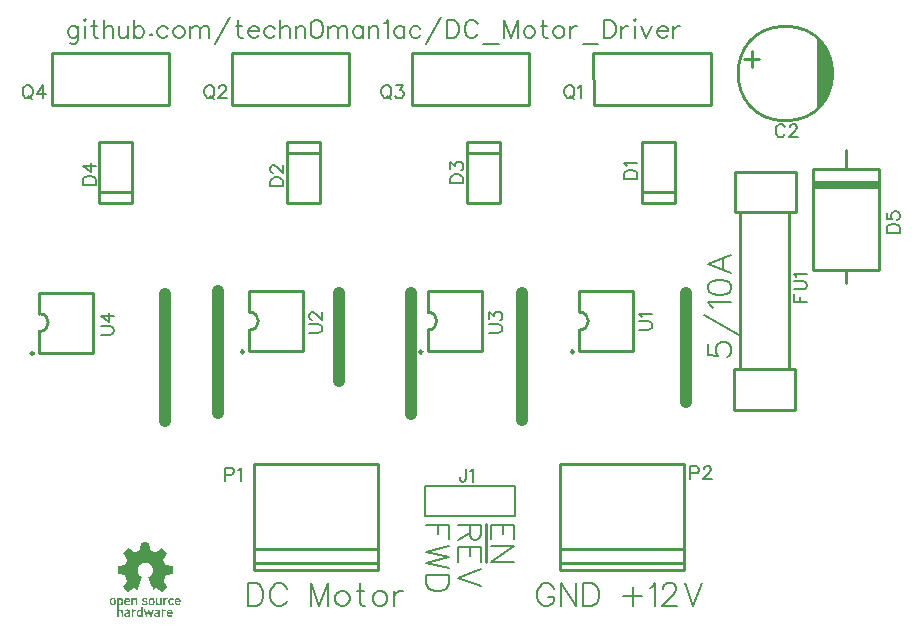
<source format=gto>
G04 Layer: TopSilkscreenLayer*
G04 EasyEDA v6.5.5, 2022-05-30 02:48:00*
G04 73416119e20b4d31bc0fda0cb7b7bab3,ed70181f279245e6aff80281ee7dc86a,10*
G04 Gerber Generator version 0.2*
G04 Scale: 100 percent, Rotated: No, Reflected: No *
G04 Dimensions in millimeters *
G04 leading zeros omitted , absolute positions ,4 integer and 5 decimal *
%FSLAX45Y45*%
%MOMM*%

%ADD10C,0.2540*%
%ADD23C,1.0000*%
%ADD28C,0.2032*%
%ADD29C,0.2030*%
%ADD30C,0.1524*%

%LPD*%
G36*
X2737713Y1071422D02*
G01*
X2719628Y1071321D01*
X2710129Y1070813D01*
X2706268Y1069441D01*
X2705100Y1066800D01*
X2695143Y1015237D01*
X2693263Y1006805D01*
X2690520Y1005281D01*
X2678125Y1000150D01*
X2662326Y994410D01*
X2650236Y990549D01*
X2647797Y990193D01*
X2644800Y991920D01*
X2630627Y1001318D01*
X2611780Y1014221D01*
X2598318Y1023010D01*
X2595880Y1024331D01*
X2594508Y1023467D01*
X2588006Y1017727D01*
X2578404Y1008329D01*
X2567990Y997610D01*
X2558897Y987755D01*
X2553258Y981049D01*
X2552446Y979627D01*
X2553766Y976630D01*
X2557272Y970635D01*
X2562504Y962507D01*
X2575204Y943610D01*
X2580436Y935482D01*
X2583942Y929538D01*
X2585212Y926642D01*
X2584500Y923950D01*
X2579522Y911250D01*
X2566619Y881532D01*
X2505354Y870254D01*
X2505354Y805840D01*
X2533904Y800658D01*
X2549956Y797458D01*
X2565654Y793953D01*
X2577744Y763778D01*
X2582367Y750316D01*
X2583129Y747166D01*
X2581910Y743966D01*
X2578658Y737971D01*
X2573782Y730148D01*
X2561844Y712419D01*
X2556967Y704748D01*
X2553665Y699109D01*
X2552446Y696315D01*
X2554173Y693521D01*
X2558745Y688035D01*
X2573883Y672134D01*
X2595372Y650798D01*
X2645003Y684225D01*
X2669082Y672084D01*
X2672943Y679805D01*
X2682748Y702665D01*
X2712669Y775208D01*
X2701544Y783437D01*
X2696768Y787450D01*
X2692501Y791464D01*
X2688691Y795528D01*
X2685338Y799642D01*
X2682494Y803910D01*
X2680055Y808278D01*
X2678023Y812800D01*
X2676398Y817524D01*
X2675128Y822401D01*
X2674264Y827532D01*
X2673705Y832967D01*
X2673553Y839825D01*
X2674010Y846480D01*
X2675026Y852830D01*
X2676652Y858926D01*
X2678836Y864717D01*
X2681579Y870203D01*
X2684830Y875334D01*
X2688640Y880110D01*
X2693009Y884529D01*
X2697886Y888593D01*
X2703271Y892251D01*
X2709164Y895451D01*
X2714142Y897686D01*
X2719171Y899464D01*
X2724200Y900836D01*
X2729280Y901801D01*
X2734310Y902309D01*
X2739339Y902462D01*
X2744317Y902157D01*
X2749245Y901496D01*
X2754071Y900430D01*
X2758795Y899007D01*
X2763469Y897128D01*
X2767939Y894943D01*
X2772308Y892352D01*
X2776524Y889457D01*
X2780538Y886155D01*
X2784398Y882497D01*
X2788005Y878535D01*
X2791409Y874217D01*
X2794558Y869543D01*
X2797454Y864565D01*
X2799283Y860196D01*
X2800451Y854862D01*
X2801061Y847699D01*
X2801264Y837946D01*
X2801061Y827379D01*
X2800299Y820064D01*
X2798673Y814222D01*
X2795778Y808126D01*
X2793644Y804468D01*
X2791155Y800811D01*
X2788310Y797153D01*
X2785160Y793546D01*
X2777693Y786434D01*
X2773426Y782929D01*
X2762961Y775208D01*
X2789377Y711200D01*
X2799588Y686968D01*
X2806242Y671931D01*
X2830931Y684428D01*
X2880156Y650697D01*
X2909976Y680669D01*
X2916783Y688035D01*
X2921406Y693572D01*
X2923133Y696315D01*
X2921914Y699160D01*
X2918612Y704850D01*
X2913735Y712520D01*
X2901797Y730300D01*
X2896920Y738124D01*
X2893669Y744067D01*
X2892501Y747268D01*
X2893212Y750366D01*
X2895092Y756158D01*
X2901289Y772414D01*
X2909976Y793953D01*
X2970225Y805992D01*
X2970072Y850900D01*
X2969717Y861212D01*
X2969158Y868171D01*
X2968498Y870712D01*
X2958134Y872388D01*
X2918358Y879906D01*
X2909163Y881938D01*
X2905607Y889253D01*
X2899206Y904138D01*
X2891078Y924356D01*
X2890367Y926846D01*
X2891739Y929741D01*
X2901035Y944575D01*
X2925267Y980135D01*
X2880207Y1025194D01*
X2843530Y1000404D01*
X2828493Y990904D01*
X2825699Y989533D01*
X2822448Y990244D01*
X2817063Y992174D01*
X2810306Y994918D01*
X2795778Y1001623D01*
X2789428Y1004874D01*
X2784805Y1007567D01*
X2782570Y1009345D01*
X2781350Y1012799D01*
X2779623Y1019454D01*
X2777693Y1028395D01*
X2770225Y1067816D01*
X2768752Y1069746D01*
X2764231Y1070813D01*
X2754579Y1071321D01*
G37*
G36*
X2958947Y604469D02*
G01*
X2954985Y603300D01*
X2948330Y600557D01*
X2941320Y596188D01*
X2936697Y590245D01*
X2934157Y582168D01*
X2933344Y571347D01*
X2933598Y565505D01*
X2934258Y560425D01*
X2935427Y556006D01*
X2937154Y552246D01*
X2939491Y549046D01*
X2942386Y546354D01*
X2945993Y544068D01*
X2950260Y542137D01*
X2958338Y540258D01*
X2966364Y540512D01*
X2973527Y542747D01*
X2979115Y546811D01*
X2980893Y548995D01*
X2981452Y550570D01*
X2980690Y552094D01*
X2978607Y554177D01*
X2976473Y555802D01*
X2974594Y556564D01*
X2972714Y556463D01*
X2968345Y554685D01*
X2965500Y553974D01*
X2959201Y553313D01*
X2953207Y554431D01*
X2948940Y557834D01*
X2946450Y563575D01*
X2945638Y571754D01*
X2946450Y579932D01*
X2948940Y585673D01*
X2953207Y589076D01*
X2959201Y590194D01*
X2965500Y589534D01*
X2968345Y588822D01*
X2972714Y587044D01*
X2974594Y586943D01*
X2976473Y587705D01*
X2978607Y589330D01*
X2980690Y591362D01*
X2981452Y592937D01*
X2980893Y594512D01*
X2979115Y596646D01*
X2975457Y599287D01*
X2969920Y601827D01*
X2963976Y603758D01*
G37*
G36*
X2462733Y604316D02*
G01*
X2457856Y603402D01*
X2452116Y600913D01*
X2448458Y598728D01*
X2445410Y596138D01*
X2442921Y593039D01*
X2440940Y589432D01*
X2439517Y585266D01*
X2438603Y580542D01*
X2438196Y575208D01*
X2438226Y571754D01*
X2451100Y571754D01*
X2451811Y580847D01*
X2453894Y586790D01*
X2458212Y589534D01*
X2463850Y590194D01*
X2469388Y588873D01*
X2473502Y585622D01*
X2474722Y583133D01*
X2475738Y579678D01*
X2476449Y575716D01*
X2476703Y571754D01*
X2475890Y563676D01*
X2473401Y557936D01*
X2469286Y554482D01*
X2463495Y553313D01*
X2460650Y553567D01*
X2457856Y554278D01*
X2455519Y555396D01*
X2453894Y556717D01*
X2451811Y562660D01*
X2451100Y571754D01*
X2438226Y571754D01*
X2438247Y569264D01*
X2438755Y563422D01*
X2439619Y558393D01*
X2440990Y554075D01*
X2442819Y550468D01*
X2445156Y547471D01*
X2448153Y544982D01*
X2451709Y542950D01*
X2456027Y541324D01*
X2460752Y540004D01*
X2464460Y539546D01*
X2467965Y540004D01*
X2472182Y541375D01*
X2476195Y543255D01*
X2479700Y545642D01*
X2482596Y548538D01*
X2484932Y551992D01*
X2486710Y555955D01*
X2487980Y560578D01*
X2488742Y565759D01*
X2488996Y571550D01*
X2488742Y577342D01*
X2488082Y582472D01*
X2486914Y587044D01*
X2485237Y591007D01*
X2483104Y594410D01*
X2480462Y597306D01*
X2477312Y599694D01*
X2473655Y601573D01*
X2467660Y603707D01*
G37*
G36*
X2790342Y604316D02*
G01*
X2785516Y603402D01*
X2779776Y600913D01*
X2776118Y598728D01*
X2773070Y596138D01*
X2770530Y593039D01*
X2768600Y589432D01*
X2767126Y585266D01*
X2766212Y580542D01*
X2765806Y575208D01*
X2765865Y571754D01*
X2777744Y571754D01*
X2778556Y579729D01*
X2780944Y585470D01*
X2784957Y588975D01*
X2790494Y590194D01*
X2793238Y589889D01*
X2796082Y589178D01*
X2798622Y588111D01*
X2800604Y586790D01*
X2802331Y584606D01*
X2803499Y581660D01*
X2804160Y577545D01*
X2804363Y572109D01*
X2803601Y563422D01*
X2801264Y557631D01*
X2797048Y554329D01*
X2790850Y553313D01*
X2785110Y554482D01*
X2780995Y557936D01*
X2778556Y563676D01*
X2777744Y571754D01*
X2765865Y571754D01*
X2766415Y563422D01*
X2767279Y558393D01*
X2768600Y554075D01*
X2770428Y550468D01*
X2772816Y547471D01*
X2775762Y544982D01*
X2779369Y542950D01*
X2783636Y541324D01*
X2788361Y540004D01*
X2792069Y539546D01*
X2795625Y540004D01*
X2799842Y541375D01*
X2803855Y543255D01*
X2807309Y545642D01*
X2810205Y548538D01*
X2812542Y551992D01*
X2814370Y555955D01*
X2815640Y560578D01*
X2816352Y565759D01*
X2816606Y571550D01*
X2816402Y577342D01*
X2815691Y582472D01*
X2814523Y587044D01*
X2812897Y591007D01*
X2810764Y594410D01*
X2808122Y597306D01*
X2804972Y599694D01*
X2801315Y601573D01*
X2795270Y603707D01*
G37*
G36*
X2583637Y604266D02*
G01*
X2578862Y603402D01*
X2573172Y601014D01*
X2568600Y597814D01*
X2564790Y593344D01*
X2561894Y587857D01*
X2559913Y581609D01*
X2559639Y579678D01*
X2570886Y579678D01*
X2571242Y580796D01*
X2573477Y584606D01*
X2575153Y586841D01*
X2579319Y590550D01*
X2584043Y592074D01*
X2588869Y591261D01*
X2593441Y588111D01*
X2597302Y583285D01*
X2597200Y580136D01*
X2592933Y578408D01*
X2584196Y577900D01*
X2579014Y578053D01*
X2574798Y578408D01*
X2571953Y578967D01*
X2570886Y579678D01*
X2559639Y579678D01*
X2558948Y574802D01*
X2558999Y567791D01*
X2560167Y560832D01*
X2562555Y554075D01*
X2565704Y548944D01*
X2569921Y544931D01*
X2575001Y542036D01*
X2580690Y540308D01*
X2586736Y539800D01*
X2592882Y540512D01*
X2598978Y542594D01*
X2604719Y545947D01*
X2607005Y547776D01*
X2607716Y549148D01*
X2606852Y550824D01*
X2601823Y555853D01*
X2599893Y556768D01*
X2597962Y556310D01*
X2595219Y554583D01*
X2590190Y552043D01*
X2585212Y551484D01*
X2580436Y552907D01*
X2575915Y556310D01*
X2571089Y562102D01*
X2571445Y565556D01*
X2577642Y567232D01*
X2590342Y567639D01*
X2609799Y567639D01*
X2609799Y576376D01*
X2608681Y584454D01*
X2605532Y591718D01*
X2600706Y597611D01*
X2594457Y601573D01*
X2588564Y603656D01*
G37*
G36*
X2731465Y604266D02*
G01*
X2726639Y603554D01*
X2721406Y601675D01*
X2715971Y598678D01*
X2712313Y595122D01*
X2710332Y590600D01*
X2709722Y584860D01*
X2711043Y577494D01*
X2715006Y572008D01*
X2721864Y568248D01*
X2731668Y566115D01*
X2737713Y565150D01*
X2741574Y564083D01*
X2743708Y562610D01*
X2744622Y560628D01*
X2743301Y555040D01*
X2737662Y552043D01*
X2729382Y551992D01*
X2720035Y555244D01*
X2715717Y557479D01*
X2713126Y558190D01*
X2711246Y557479D01*
X2709062Y555294D01*
X2706979Y551484D01*
X2708249Y548081D01*
X2713024Y544931D01*
X2721457Y541934D01*
X2727248Y540664D01*
X2732735Y540156D01*
X2737866Y540410D01*
X2742641Y541324D01*
X2746857Y542899D01*
X2750515Y544982D01*
X2753563Y547674D01*
X2755849Y550773D01*
X2757322Y554278D01*
X2757982Y558190D01*
X2757627Y562356D01*
X2756255Y566826D01*
X2753258Y571754D01*
X2748940Y575208D01*
X2743149Y577240D01*
X2729534Y578256D01*
X2725369Y579475D01*
X2723134Y581710D01*
X2722422Y585063D01*
X2724150Y589635D01*
X2728722Y591972D01*
X2735224Y591870D01*
X2742742Y589229D01*
X2745994Y587705D01*
X2748229Y587349D01*
X2750058Y588162D01*
X2752140Y590194D01*
X2754172Y593852D01*
X2753360Y597154D01*
X2749702Y599998D01*
X2743200Y602437D01*
X2736748Y603910D01*
G37*
G36*
X2920390Y604266D02*
G01*
X2916529Y603504D01*
X2908757Y600506D01*
X2906623Y599998D01*
X2905201Y599998D01*
X2904185Y601268D01*
X2902864Y601878D01*
X2900934Y602335D01*
X2892399Y602488D01*
X2892399Y541020D01*
X2904693Y541020D01*
X2904744Y571703D01*
X2905048Y578205D01*
X2905709Y583031D01*
X2906776Y586384D01*
X2908401Y588518D01*
X2910738Y589686D01*
X2913786Y590092D01*
X2921152Y589889D01*
X2924149Y590397D01*
X2926791Y591464D01*
X2929128Y593140D01*
X2932176Y596188D01*
X2933039Y598424D01*
X2931718Y600202D01*
X2928112Y602132D01*
X2923895Y603808D01*
G37*
G36*
X2528671Y604215D02*
G01*
X2525217Y603504D01*
X2517648Y600506D01*
X2515514Y599998D01*
X2514092Y599998D01*
X2512974Y601268D01*
X2511450Y601878D01*
X2509164Y602335D01*
X2499207Y602488D01*
X2499207Y571754D01*
X2513533Y571754D01*
X2513736Y577342D01*
X2514244Y582117D01*
X2515006Y585724D01*
X2516022Y587705D01*
X2519934Y589635D01*
X2525268Y590092D01*
X2530551Y589127D01*
X2534259Y586841D01*
X2535377Y584606D01*
X2536240Y581152D01*
X2536850Y576732D01*
X2537053Y571754D01*
X2536444Y563016D01*
X2534412Y557326D01*
X2530703Y554228D01*
X2524963Y553313D01*
X2519222Y554075D01*
X2515717Y556818D01*
X2513990Y562406D01*
X2513533Y571754D01*
X2499207Y571754D01*
X2499207Y442722D01*
X2513533Y442722D01*
X2513685Y477418D01*
X2514193Y484479D01*
X2515463Y488035D01*
X2517749Y489915D01*
X2522931Y491540D01*
X2528011Y491286D01*
X2532430Y489305D01*
X2535478Y485749D01*
X2536545Y482295D01*
X2537358Y476758D01*
X2537917Y469696D01*
X2538120Y461670D01*
X2538120Y442722D01*
X2550414Y442722D01*
X2550312Y472185D01*
X2549956Y479094D01*
X2549347Y484885D01*
X2548432Y489610D01*
X2547213Y493471D01*
X2545588Y496570D01*
X2543556Y499008D01*
X2541117Y500938D01*
X2535885Y503123D01*
X2529433Y504037D01*
X2522880Y503732D01*
X2515311Y501345D01*
X2514092Y503377D01*
X2513634Y509828D01*
X2513533Y544779D01*
X2525826Y540156D01*
X2529179Y539648D01*
X2532532Y540207D01*
X2536850Y541832D01*
X2542946Y545795D01*
X2547213Y551891D01*
X2549652Y560476D01*
X2550414Y571754D01*
X2549652Y582930D01*
X2547213Y591464D01*
X2543149Y597611D01*
X2537256Y601522D01*
X2532126Y603554D01*
G37*
G36*
X2649423Y604215D02*
G01*
X2646019Y603504D01*
X2638450Y600506D01*
X2636316Y599998D01*
X2634894Y599998D01*
X2633827Y601268D01*
X2632252Y601878D01*
X2629966Y602335D01*
X2620060Y602488D01*
X2620060Y541020D01*
X2634386Y541020D01*
X2634386Y563168D01*
X2634691Y577697D01*
X2636215Y585825D01*
X2639720Y589381D01*
X2645918Y590194D01*
X2649524Y589889D01*
X2652420Y588924D01*
X2654655Y587197D01*
X2656382Y584454D01*
X2657602Y580644D01*
X2658414Y575564D01*
X2658821Y569061D01*
X2658973Y541020D01*
X2671216Y541020D01*
X2671114Y572617D01*
X2670657Y579983D01*
X2669844Y585978D01*
X2668625Y590753D01*
X2666847Y594512D01*
X2664510Y597458D01*
X2661564Y599744D01*
X2657856Y601624D01*
X2652877Y603554D01*
G37*
G36*
X3014268Y603910D02*
G01*
X3009950Y603808D01*
X3005531Y602894D01*
X3001111Y601014D01*
X2994863Y596341D01*
X2990291Y589788D01*
X2987548Y581558D01*
X2987382Y579882D01*
X2999486Y579882D01*
X2999994Y582523D01*
X3003702Y588873D01*
X3009239Y591870D01*
X3015538Y591261D01*
X3021279Y586841D01*
X3024276Y582523D01*
X3025190Y580796D01*
X3025495Y579678D01*
X3024428Y578967D01*
X3021533Y578408D01*
X3017266Y578053D01*
X3012033Y577900D01*
X3004515Y578002D01*
X3000654Y578510D01*
X2999486Y579882D01*
X2987382Y579882D01*
X2986582Y571804D01*
X2986836Y566115D01*
X2987548Y561136D01*
X2988767Y556717D01*
X2990494Y552907D01*
X2992729Y549605D01*
X2995574Y546760D01*
X2999028Y544372D01*
X3003042Y542391D01*
X3008071Y540562D01*
X3012135Y539750D01*
X3015996Y539851D01*
X3020517Y540816D01*
X3024022Y541883D01*
X3027476Y543204D01*
X3030524Y544677D01*
X3032709Y545998D01*
X3034995Y547776D01*
X3035706Y549148D01*
X3034893Y550773D01*
X3030067Y555548D01*
X3028035Y556463D01*
X3025698Y556056D01*
X3016707Y552043D01*
X3012135Y551535D01*
X3008071Y552958D01*
X3003905Y556310D01*
X2999079Y562102D01*
X2999435Y565556D01*
X3005632Y567232D01*
X3018332Y567639D01*
X3037789Y567639D01*
X3037789Y574903D01*
X3037382Y580136D01*
X3036316Y585063D01*
X3034538Y589483D01*
X3032201Y593394D01*
X3029356Y596798D01*
X3026054Y599592D01*
X3022396Y601776D01*
X3018434Y603199D01*
G37*
G36*
X2826867Y602488D02*
G01*
X2827020Y571398D01*
X2827528Y563880D01*
X2828493Y557682D01*
X2829966Y552704D01*
X2831947Y548741D01*
X2834538Y545592D01*
X2837840Y543204D01*
X2841904Y541274D01*
X2846070Y539902D01*
X2849372Y539597D01*
X2852877Y540461D01*
X2861513Y544423D01*
X2864053Y545236D01*
X2865374Y545033D01*
X2866186Y542645D01*
X2867406Y541782D01*
X2869336Y541223D01*
X2871927Y541020D01*
X2878074Y541020D01*
X2878074Y602488D01*
X2865780Y602488D01*
X2865628Y574446D01*
X2865221Y567944D01*
X2864459Y562864D01*
X2863240Y559054D01*
X2861513Y556310D01*
X2859227Y554532D01*
X2856331Y553618D01*
X2852775Y553313D01*
X2846527Y554126D01*
X2843072Y557682D01*
X2841548Y565810D01*
X2841193Y580339D01*
X2841193Y602488D01*
G37*
G36*
X2703982Y528726D02*
G01*
X2703880Y507492D01*
X2703372Y503072D01*
X2702458Y500735D01*
X2701036Y500075D01*
X2699816Y500227D01*
X2698597Y500684D01*
X2695651Y502920D01*
X2693365Y503580D01*
X2686761Y504190D01*
X2681071Y503631D01*
X2676245Y501954D01*
X2672334Y499160D01*
X2669286Y495198D01*
X2667101Y490067D01*
X2665730Y483717D01*
X2665222Y476097D01*
X2665415Y469341D01*
X2677871Y469341D01*
X2677972Y477012D01*
X2679344Y484378D01*
X2681833Y488950D01*
X2685796Y491185D01*
X2691536Y491490D01*
X2695498Y490880D01*
X2698089Y489661D01*
X2699867Y487172D01*
X2701442Y483006D01*
X2702915Y476656D01*
X2703118Y470611D01*
X2702306Y465074D01*
X2700477Y460400D01*
X2697886Y456793D01*
X2694584Y454456D01*
X2690723Y453694D01*
X2686456Y454710D01*
X2682240Y457911D01*
X2679344Y462838D01*
X2677871Y469341D01*
X2665415Y469341D01*
X2665476Y467207D01*
X2667050Y457403D01*
X2670251Y449986D01*
X2675178Y444906D01*
X2681884Y441909D01*
X2685694Y441248D01*
X2689047Y441248D01*
X2692349Y442010D01*
X2698953Y444855D01*
X2701290Y445516D01*
X2702864Y445516D01*
X2704388Y444042D01*
X2705862Y443382D01*
X2707944Y442925D01*
X2710332Y442722D01*
X2716276Y442722D01*
X2716276Y528726D01*
G37*
G36*
X2584704Y504494D02*
G01*
X2579370Y504342D01*
X2574340Y503580D01*
X2569921Y502208D01*
X2566517Y500227D01*
X2563825Y497890D01*
X2562809Y496366D01*
X2563520Y494944D01*
X2565755Y493064D01*
X2567686Y491896D01*
X2569870Y491134D01*
X2572054Y490829D01*
X2573985Y491032D01*
X2580741Y492810D01*
X2585466Y493369D01*
X2589022Y492810D01*
X2592374Y491032D01*
X2594406Y489407D01*
X2596032Y487476D01*
X2597099Y485495D01*
X2597505Y483666D01*
X2597200Y481634D01*
X2596032Y480364D01*
X2593695Y479755D01*
X2581097Y478942D01*
X2573223Y477316D01*
X2566974Y474929D01*
X2563164Y472033D01*
X2560624Y467512D01*
X2559468Y463397D01*
X2570988Y463397D01*
X2572258Y465937D01*
X2573731Y466496D01*
X2580843Y467207D01*
X2591816Y467156D01*
X2595473Y466648D01*
X2597099Y465429D01*
X2597505Y463346D01*
X2595372Y457606D01*
X2589885Y453948D01*
X2582519Y452932D01*
X2574848Y455117D01*
X2572410Y457301D01*
X2571089Y460298D01*
X2570988Y463397D01*
X2559468Y463397D01*
X2559253Y458520D01*
X2560269Y454355D01*
X2562199Y450494D01*
X2564942Y447141D01*
X2568397Y444347D01*
X2572461Y442315D01*
X2576931Y441096D01*
X2581757Y440791D01*
X2586786Y441655D01*
X2594051Y444652D01*
X2595880Y445160D01*
X2597048Y445160D01*
X2598013Y443941D01*
X2599385Y443280D01*
X2601366Y442874D01*
X2610154Y442722D01*
X2608986Y483311D01*
X2608122Y491540D01*
X2606344Y495960D01*
X2603042Y499211D01*
X2599588Y501396D01*
X2595168Y503021D01*
X2590088Y504088D01*
G37*
G36*
X2943148Y504291D02*
G01*
X2937713Y503682D01*
X2932734Y502005D01*
X2928518Y499109D01*
X2923997Y494030D01*
X2921050Y488188D01*
X2920130Y483971D01*
X2931312Y483971D01*
X2933852Y488188D01*
X2937713Y491743D01*
X2941980Y493369D01*
X2946501Y493115D01*
X2951073Y490931D01*
X2952800Y489407D01*
X2954426Y487578D01*
X2955696Y485597D01*
X2956458Y483768D01*
X2956712Y481482D01*
X2955391Y480212D01*
X2951581Y479704D01*
X2944418Y479602D01*
X2936240Y480009D01*
X2932023Y481380D01*
X2931312Y483971D01*
X2920130Y483971D01*
X2919476Y480974D01*
X2919018Y471576D01*
X2919272Y465582D01*
X2920034Y460806D01*
X2921457Y456641D01*
X2923692Y452780D01*
X2927400Y448411D01*
X2931922Y445109D01*
X2937103Y442823D01*
X2942640Y441604D01*
X2948432Y441451D01*
X2954223Y442417D01*
X2959862Y444500D01*
X2965145Y447751D01*
X2967380Y449630D01*
X2967990Y451002D01*
X2966974Y452526D01*
X2961386Y456793D01*
X2959252Y457606D01*
X2957322Y457250D01*
X2954985Y455879D01*
X2950108Y453643D01*
X2944774Y453135D01*
X2939643Y454304D01*
X2935376Y457047D01*
X2931363Y462127D01*
X2932074Y465226D01*
X2938119Y466953D01*
X2950260Y467766D01*
X2969209Y468325D01*
X2969056Y477977D01*
X2968802Y482092D01*
X2968193Y486206D01*
X2967380Y489813D01*
X2966364Y492506D01*
X2963265Y496620D01*
X2959100Y499922D01*
X2954172Y502361D01*
X2948736Y503834D01*
G37*
G36*
X2728925Y504190D02*
G01*
X2725623Y504037D01*
X2723692Y503529D01*
X2722930Y502564D01*
X2723184Y501091D01*
X2741777Y442569D01*
X2747924Y443179D01*
X2751378Y443890D01*
X2753766Y445973D01*
X2755900Y450646D01*
X2763266Y475081D01*
X2764891Y479247D01*
X2766212Y481076D01*
X2767431Y480568D01*
X2768803Y477875D01*
X2778760Y445312D01*
X2779572Y444296D01*
X2781096Y443484D01*
X2783128Y442925D01*
X2785465Y442722D01*
X2788970Y443280D01*
X2791714Y446481D01*
X2795016Y454863D01*
X2810002Y501751D01*
X2810103Y502970D01*
X2809290Y503732D01*
X2807309Y503986D01*
X2801772Y503529D01*
X2799842Y502869D01*
X2798216Y501497D01*
X2796692Y499008D01*
X2795066Y494944D01*
X2790850Y480517D01*
X2785364Y460146D01*
X2774492Y493979D01*
X2771698Y500583D01*
X2769311Y503529D01*
X2766517Y504190D01*
X2763723Y503529D01*
X2761386Y500684D01*
X2758694Y494182D01*
X2752242Y474421D01*
X2749854Y468122D01*
X2747975Y464312D01*
X2746908Y463651D01*
X2744520Y471068D01*
X2740660Y485241D01*
X2735834Y504190D01*
G37*
G36*
X2835605Y504190D02*
G01*
X2826715Y502920D01*
X2820416Y500227D01*
X2817876Y497941D01*
X2816860Y496316D01*
X2817266Y494792D01*
X2818942Y492810D01*
X2820974Y491134D01*
X2823006Y490474D01*
X2825699Y490778D01*
X2829712Y492099D01*
X2836773Y493572D01*
X2842768Y492861D01*
X2847035Y490118D01*
X2848965Y485495D01*
X2849067Y482447D01*
X2847594Y480720D01*
X2843530Y479653D01*
X2835706Y478739D01*
X2824886Y476859D01*
X2817723Y473506D01*
X2813761Y468426D01*
X2812570Y460908D01*
X2822752Y460908D01*
X2823870Y463600D01*
X2826969Y465582D01*
X2831947Y466851D01*
X2838551Y467309D01*
X2844444Y467207D01*
X2847695Y466598D01*
X2849118Y465175D01*
X2849372Y462584D01*
X2848660Y458266D01*
X2846425Y455269D01*
X2842514Y453542D01*
X2836824Y452983D01*
X2831744Y453694D01*
X2827223Y455472D01*
X2824022Y458012D01*
X2822752Y460908D01*
X2812570Y460908D01*
X2812796Y458063D01*
X2813456Y454761D01*
X2814421Y451764D01*
X2815590Y449478D01*
X2819958Y445516D01*
X2826054Y442772D01*
X2832963Y441451D01*
X2839669Y441959D01*
X2842869Y442569D01*
X2850489Y443077D01*
X2861665Y442366D01*
X2861513Y476453D01*
X2861310Y483412D01*
X2860802Y488797D01*
X2860040Y492861D01*
X2858820Y495909D01*
X2857144Y498246D01*
X2854960Y500075D01*
X2852064Y501802D01*
X2844800Y503834D01*
G37*
G36*
X2875991Y504190D02*
G01*
X2875991Y442722D01*
X2888284Y442722D01*
X2888437Y471220D01*
X2888894Y477977D01*
X2889758Y483209D01*
X2891078Y487019D01*
X2893009Y489559D01*
X2895498Y491032D01*
X2898749Y491540D01*
X2906979Y490931D01*
X2909824Y491388D01*
X2911957Y492759D01*
X2914040Y495401D01*
X2915615Y498093D01*
X2916224Y499922D01*
X2915869Y501243D01*
X2914599Y502361D01*
X2910433Y503732D01*
X2904693Y504088D01*
X2898749Y503428D01*
X2893872Y501853D01*
X2891790Y500837D01*
X2890316Y500532D01*
X2889351Y500837D01*
X2887980Y502716D01*
X2886456Y503478D01*
X2884373Y503986D01*
X2881985Y504190D01*
G37*
G36*
X2630779Y504088D02*
G01*
X2626461Y503986D01*
X2623464Y502818D01*
X2622905Y499973D01*
X2622194Y483616D01*
X2622092Y442722D01*
X2636418Y442722D01*
X2636520Y471881D01*
X2636824Y478586D01*
X2637485Y483666D01*
X2638552Y487273D01*
X2640126Y489712D01*
X2642311Y491083D01*
X2645105Y491642D01*
X2648762Y491591D01*
X2655468Y492201D01*
X2660751Y494538D01*
X2663545Y497840D01*
X2662783Y501396D01*
X2658618Y503377D01*
X2652014Y504088D01*
X2645257Y503529D01*
X2640685Y501599D01*
X2639314Y500481D01*
X2638298Y500075D01*
X2637586Y500481D01*
X2637028Y501599D01*
X2634843Y503275D01*
G37*
D28*
X5310446Y1219200D02*
G01*
X5116484Y1219200D01*
X5310446Y1219200D02*
G01*
X5310446Y1099126D01*
X5218084Y1219200D02*
G01*
X5218084Y1145308D01*
X5310446Y1038166D02*
G01*
X5116484Y991984D01*
X5310446Y945804D02*
G01*
X5116484Y991984D01*
X5310446Y945804D02*
G01*
X5116484Y899622D01*
X5310446Y853439D02*
G01*
X5116484Y899622D01*
X5310446Y792479D02*
G01*
X5116484Y792479D01*
X5310446Y792479D02*
G01*
X5310446Y727824D01*
X5301211Y700115D01*
X5282737Y681644D01*
X5264264Y672406D01*
X5236555Y663171D01*
X5190375Y663171D01*
X5162664Y672406D01*
X5144193Y681644D01*
X5125720Y700115D01*
X5116484Y727824D01*
X5116484Y792479D01*
X5577146Y1219200D02*
G01*
X5383184Y1219200D01*
X5577146Y1219200D02*
G01*
X5577146Y1136073D01*
X5567911Y1108364D01*
X5558675Y1099126D01*
X5540202Y1089891D01*
X5521728Y1089891D01*
X5503255Y1099126D01*
X5494020Y1108364D01*
X5484784Y1136073D01*
X5484784Y1219200D01*
X5484784Y1154544D02*
G01*
X5383184Y1089891D01*
X5577146Y1028931D02*
G01*
X5383184Y1028931D01*
X5577146Y1028931D02*
G01*
X5577146Y908857D01*
X5484784Y1028931D02*
G01*
X5484784Y955039D01*
X5383184Y1028931D02*
G01*
X5383184Y908857D01*
X5577146Y847897D02*
G01*
X5383184Y774006D01*
X5577146Y700115D02*
G01*
X5383184Y774006D01*
X5856546Y1219200D02*
G01*
X5662584Y1219200D01*
X5856546Y1219200D02*
G01*
X5856546Y1099126D01*
X5764184Y1219200D02*
G01*
X5764184Y1145308D01*
X5662584Y1219200D02*
G01*
X5662584Y1099126D01*
X5856546Y1038166D02*
G01*
X5662584Y1038166D01*
X5856546Y1038166D02*
G01*
X5662584Y908857D01*
X5856546Y908857D02*
G01*
X5662584Y908857D01*
X6196329Y679450D02*
G01*
X6187186Y697992D01*
X6168643Y716534D01*
X6150356Y725678D01*
X6113272Y725678D01*
X6094729Y716534D01*
X6076441Y697992D01*
X6067043Y679450D01*
X6057900Y651763D01*
X6057900Y605789D01*
X6067043Y577850D01*
X6076441Y559562D01*
X6094729Y541020D01*
X6113272Y531876D01*
X6150356Y531876D01*
X6168643Y541020D01*
X6187186Y559562D01*
X6196329Y577850D01*
X6196329Y605789D01*
X6150356Y605789D02*
G01*
X6196329Y605789D01*
X6257290Y725678D02*
G01*
X6257290Y531876D01*
X6257290Y725678D02*
G01*
X6386829Y531876D01*
X6386829Y725678D02*
G01*
X6386829Y531876D01*
X6447790Y725678D02*
G01*
X6447790Y531876D01*
X6447790Y725678D02*
G01*
X6512306Y725678D01*
X6539991Y716534D01*
X6558534Y697992D01*
X6567677Y679450D01*
X6577075Y651763D01*
X6577075Y605789D01*
X6567677Y577850D01*
X6558534Y559562D01*
X6539991Y541020D01*
X6512306Y531876D01*
X6447790Y531876D01*
X6863334Y697992D02*
G01*
X6863334Y531876D01*
X6780275Y614934D02*
G01*
X6946391Y614934D01*
X7007352Y688847D02*
G01*
X7025893Y697992D01*
X7053579Y725678D01*
X7053579Y531876D01*
X7123684Y679450D02*
G01*
X7123684Y688847D01*
X7133081Y707389D01*
X7142225Y716534D01*
X7160768Y725678D01*
X7197597Y725678D01*
X7216140Y716534D01*
X7225284Y707389D01*
X7234681Y688847D01*
X7234681Y670305D01*
X7225284Y651763D01*
X7206995Y624078D01*
X7114540Y531876D01*
X7243825Y531876D01*
X7304786Y725678D02*
G01*
X7378700Y531876D01*
X7452613Y725678D02*
G01*
X7378700Y531876D01*
X3606800Y725678D02*
G01*
X3606800Y531876D01*
X3606800Y725678D02*
G01*
X3671570Y725678D01*
X3699256Y716534D01*
X3717543Y697992D01*
X3726941Y679450D01*
X3736086Y651763D01*
X3736086Y605789D01*
X3726941Y577850D01*
X3717543Y559562D01*
X3699256Y541020D01*
X3671570Y531876D01*
X3606800Y531876D01*
X3935729Y679450D02*
G01*
X3926331Y697992D01*
X3907790Y716534D01*
X3889502Y725678D01*
X3852418Y725678D01*
X3834129Y716534D01*
X3815588Y697992D01*
X3806190Y679450D01*
X3797045Y651763D01*
X3797045Y605789D01*
X3806190Y577850D01*
X3815588Y559562D01*
X3834129Y541020D01*
X3852418Y531876D01*
X3889502Y531876D01*
X3907790Y541020D01*
X3926331Y559562D01*
X3935729Y577850D01*
X4138929Y725678D02*
G01*
X4138929Y531876D01*
X4138929Y725678D02*
G01*
X4212590Y531876D01*
X4286504Y725678D02*
G01*
X4212590Y531876D01*
X4286504Y725678D02*
G01*
X4286504Y531876D01*
X4393691Y661162D02*
G01*
X4375150Y651763D01*
X4356861Y633476D01*
X4347463Y605789D01*
X4347463Y587247D01*
X4356861Y559562D01*
X4375150Y541020D01*
X4393691Y531876D01*
X4421377Y531876D01*
X4439920Y541020D01*
X4458461Y559562D01*
X4467606Y587247D01*
X4467606Y605789D01*
X4458461Y633476D01*
X4439920Y651763D01*
X4421377Y661162D01*
X4393691Y661162D01*
X4556252Y725678D02*
G01*
X4556252Y568705D01*
X4565650Y541020D01*
X4583938Y531876D01*
X4602479Y531876D01*
X4528565Y661162D02*
G01*
X4593336Y661162D01*
X4709668Y661162D02*
G01*
X4691125Y651763D01*
X4672584Y633476D01*
X4663440Y605789D01*
X4663440Y587247D01*
X4672584Y559562D01*
X4691125Y541020D01*
X4709668Y531876D01*
X4737354Y531876D01*
X4755895Y541020D01*
X4774184Y559562D01*
X4783581Y587247D01*
X4783581Y605789D01*
X4774184Y633476D01*
X4755895Y651763D01*
X4737354Y661162D01*
X4709668Y661162D01*
X4844541Y661162D02*
G01*
X4844541Y531876D01*
X4844541Y605789D02*
G01*
X4853686Y633476D01*
X4872227Y651763D01*
X4890770Y661162D01*
X4918456Y661162D01*
X7503922Y2752344D02*
G01*
X7503922Y2660142D01*
X7586979Y2650744D01*
X7577836Y2660142D01*
X7568438Y2687828D01*
X7568438Y2715513D01*
X7577836Y2743200D01*
X7596124Y2761742D01*
X7623809Y2770886D01*
X7642352Y2770886D01*
X7670038Y2761742D01*
X7688579Y2743200D01*
X7697724Y2715513D01*
X7697724Y2687828D01*
X7688579Y2660142D01*
X7679436Y2650744D01*
X7660893Y2641600D01*
X7466838Y2998215D02*
G01*
X7762493Y2831845D01*
X7540752Y3059176D02*
G01*
X7531608Y3077463D01*
X7503922Y3105150D01*
X7697724Y3105150D01*
X7503922Y3221736D02*
G01*
X7513065Y3194050D01*
X7540752Y3175507D01*
X7586979Y3166110D01*
X7614665Y3166110D01*
X7660893Y3175507D01*
X7688579Y3194050D01*
X7697724Y3221736D01*
X7697724Y3240023D01*
X7688579Y3267710D01*
X7660893Y3286252D01*
X7614665Y3295650D01*
X7586979Y3295650D01*
X7540752Y3286252D01*
X7513065Y3267710D01*
X7503922Y3240023D01*
X7503922Y3221736D01*
X7503922Y3430270D02*
G01*
X7697724Y3356610D01*
X7503922Y3430270D02*
G01*
X7697724Y3504184D01*
X7633208Y3384295D02*
G01*
X7633208Y3476497D01*
X2170071Y5444545D02*
G01*
X2170071Y5328180D01*
X2162799Y5306364D01*
X2155527Y5299090D01*
X2140981Y5291818D01*
X2119162Y5291818D01*
X2104618Y5299090D01*
X2170071Y5422727D02*
G01*
X2155527Y5437273D01*
X2140981Y5444545D01*
X2119162Y5444545D01*
X2104618Y5437273D01*
X2090072Y5422727D01*
X2082800Y5400908D01*
X2082800Y5386364D01*
X2090072Y5364546D01*
X2104618Y5349999D01*
X2119162Y5342727D01*
X2140981Y5342727D01*
X2155527Y5349999D01*
X2170071Y5364546D01*
X2218072Y5495455D02*
G01*
X2225344Y5488183D01*
X2232619Y5495455D01*
X2225344Y5502727D01*
X2218072Y5495455D01*
X2225344Y5444545D02*
G01*
X2225344Y5342727D01*
X2302436Y5495455D02*
G01*
X2302436Y5371818D01*
X2309708Y5349999D01*
X2324254Y5342727D01*
X2338798Y5342727D01*
X2280617Y5444545D02*
G01*
X2331526Y5444545D01*
X2386799Y5495455D02*
G01*
X2386799Y5342727D01*
X2386799Y5415455D02*
G01*
X2408618Y5437273D01*
X2423162Y5444545D01*
X2444981Y5444545D01*
X2459527Y5437273D01*
X2466799Y5415455D01*
X2466799Y5342727D01*
X2514800Y5444545D02*
G01*
X2514800Y5371818D01*
X2522072Y5349999D01*
X2536619Y5342727D01*
X2558435Y5342727D01*
X2572981Y5349999D01*
X2594800Y5371818D01*
X2594800Y5444545D02*
G01*
X2594800Y5342727D01*
X2642798Y5495455D02*
G01*
X2642798Y5342727D01*
X2642798Y5422727D02*
G01*
X2657345Y5437273D01*
X2671892Y5444545D01*
X2693708Y5444545D01*
X2708254Y5437273D01*
X2722801Y5422727D01*
X2730073Y5400908D01*
X2730073Y5386364D01*
X2722801Y5364546D01*
X2708254Y5349999D01*
X2693708Y5342727D01*
X2671892Y5342727D01*
X2657345Y5349999D01*
X2642798Y5364546D01*
X2785346Y5379090D02*
G01*
X2778071Y5371818D01*
X2785346Y5364546D01*
X2792618Y5371818D01*
X2785346Y5379090D01*
X2927891Y5422727D02*
G01*
X2913344Y5437273D01*
X2898800Y5444545D01*
X2876981Y5444545D01*
X2862435Y5437273D01*
X2847891Y5422727D01*
X2840619Y5400908D01*
X2840619Y5386364D01*
X2847891Y5364546D01*
X2862435Y5349999D01*
X2876981Y5342727D01*
X2898800Y5342727D01*
X2913344Y5349999D01*
X2927891Y5364546D01*
X3012254Y5444545D02*
G01*
X2997708Y5437273D01*
X2983163Y5422727D01*
X2975891Y5400908D01*
X2975891Y5386364D01*
X2983163Y5364546D01*
X2997708Y5349999D01*
X3012254Y5342727D01*
X3034073Y5342727D01*
X3048617Y5349999D01*
X3063163Y5364546D01*
X3070435Y5386364D01*
X3070435Y5400908D01*
X3063163Y5422727D01*
X3048617Y5437273D01*
X3034073Y5444545D01*
X3012254Y5444545D01*
X3118436Y5444545D02*
G01*
X3118436Y5342727D01*
X3118436Y5415455D02*
G01*
X3140255Y5437273D01*
X3154799Y5444545D01*
X3176617Y5444545D01*
X3191164Y5437273D01*
X3198436Y5415455D01*
X3198436Y5342727D01*
X3198436Y5415455D02*
G01*
X3220255Y5437273D01*
X3234799Y5444545D01*
X3256617Y5444545D01*
X3271164Y5437273D01*
X3278436Y5415455D01*
X3278436Y5342727D01*
X3457346Y5524545D02*
G01*
X3326437Y5291818D01*
X3527163Y5495455D02*
G01*
X3527163Y5371818D01*
X3534435Y5349999D01*
X3548981Y5342727D01*
X3563526Y5342727D01*
X3505344Y5444545D02*
G01*
X3556254Y5444545D01*
X3611526Y5400908D02*
G01*
X3698798Y5400908D01*
X3698798Y5415455D01*
X3691526Y5429999D01*
X3684254Y5437273D01*
X3669708Y5444545D01*
X3647892Y5444545D01*
X3633345Y5437273D01*
X3618798Y5422727D01*
X3611526Y5400908D01*
X3611526Y5386364D01*
X3618798Y5364546D01*
X3633345Y5349999D01*
X3647892Y5342727D01*
X3669708Y5342727D01*
X3684254Y5349999D01*
X3698798Y5364546D01*
X3834071Y5422727D02*
G01*
X3819527Y5437273D01*
X3804980Y5444545D01*
X3783164Y5444545D01*
X3768618Y5437273D01*
X3754071Y5422727D01*
X3746799Y5400908D01*
X3746799Y5386364D01*
X3754071Y5364546D01*
X3768618Y5349999D01*
X3783164Y5342727D01*
X3804980Y5342727D01*
X3819527Y5349999D01*
X3834071Y5364546D01*
X3882072Y5495455D02*
G01*
X3882072Y5342727D01*
X3882072Y5415455D02*
G01*
X3903891Y5437273D01*
X3918435Y5444545D01*
X3940253Y5444545D01*
X3954800Y5437273D01*
X3962072Y5415455D01*
X3962072Y5342727D01*
X4010073Y5444545D02*
G01*
X4010073Y5342727D01*
X4010073Y5415455D02*
G01*
X4031891Y5437273D01*
X4046435Y5444545D01*
X4068254Y5444545D01*
X4082801Y5437273D01*
X4090073Y5415455D01*
X4090073Y5342727D01*
X4181708Y5495455D02*
G01*
X4159890Y5488183D01*
X4145346Y5466364D01*
X4138071Y5429999D01*
X4138071Y5408180D01*
X4145346Y5371818D01*
X4159890Y5349999D01*
X4181708Y5342727D01*
X4196255Y5342727D01*
X4218073Y5349999D01*
X4232617Y5371818D01*
X4239889Y5408180D01*
X4239889Y5429999D01*
X4232617Y5466364D01*
X4218073Y5488183D01*
X4196255Y5495455D01*
X4181708Y5495455D01*
X4287890Y5444545D02*
G01*
X4287890Y5342727D01*
X4287890Y5415455D02*
G01*
X4309709Y5437273D01*
X4324253Y5444545D01*
X4346072Y5444545D01*
X4360618Y5437273D01*
X4367890Y5415455D01*
X4367890Y5342727D01*
X4367890Y5415455D02*
G01*
X4389709Y5437273D01*
X4404253Y5444545D01*
X4426071Y5444545D01*
X4440618Y5437273D01*
X4447890Y5415455D01*
X4447890Y5342727D01*
X4583163Y5444545D02*
G01*
X4583163Y5342727D01*
X4583163Y5422727D02*
G01*
X4568619Y5437273D01*
X4554072Y5444545D01*
X4532254Y5444545D01*
X4517710Y5437273D01*
X4503163Y5422727D01*
X4495891Y5400908D01*
X4495891Y5386364D01*
X4503163Y5364546D01*
X4517710Y5349999D01*
X4532254Y5342727D01*
X4554072Y5342727D01*
X4568619Y5349999D01*
X4583163Y5364546D01*
X4631164Y5444545D02*
G01*
X4631164Y5342727D01*
X4631164Y5415455D02*
G01*
X4652982Y5437273D01*
X4667526Y5444545D01*
X4689345Y5444545D01*
X4703892Y5437273D01*
X4711164Y5415455D01*
X4711164Y5342727D01*
X4759162Y5466364D02*
G01*
X4773709Y5473636D01*
X4795527Y5495455D01*
X4795527Y5342727D01*
X4930800Y5444545D02*
G01*
X4930800Y5342727D01*
X4930800Y5422727D02*
G01*
X4916253Y5437273D01*
X4901709Y5444545D01*
X4879891Y5444545D01*
X4865344Y5437273D01*
X4850800Y5422727D01*
X4843528Y5400908D01*
X4843528Y5386364D01*
X4850800Y5364546D01*
X4865344Y5349999D01*
X4879891Y5342727D01*
X4901709Y5342727D01*
X4916253Y5349999D01*
X4930800Y5364546D01*
X5066073Y5422727D02*
G01*
X5051526Y5437273D01*
X5036982Y5444545D01*
X5015163Y5444545D01*
X5000617Y5437273D01*
X4986073Y5422727D01*
X4978798Y5400908D01*
X4978798Y5386364D01*
X4986073Y5364546D01*
X5000617Y5349999D01*
X5015163Y5342727D01*
X5036982Y5342727D01*
X5051526Y5349999D01*
X5066073Y5364546D01*
X5244980Y5524545D02*
G01*
X5114071Y5291818D01*
X5292981Y5495455D02*
G01*
X5292981Y5342727D01*
X5292981Y5495455D02*
G01*
X5343890Y5495455D01*
X5365709Y5488183D01*
X5380253Y5473636D01*
X5387527Y5459089D01*
X5394799Y5437273D01*
X5394799Y5400908D01*
X5387527Y5379090D01*
X5380253Y5364546D01*
X5365709Y5349999D01*
X5343890Y5342727D01*
X5292981Y5342727D01*
X5551891Y5459089D02*
G01*
X5544619Y5473636D01*
X5530072Y5488183D01*
X5515526Y5495455D01*
X5486435Y5495455D01*
X5471891Y5488183D01*
X5457344Y5473636D01*
X5450072Y5459089D01*
X5442800Y5437273D01*
X5442800Y5400908D01*
X5450072Y5379090D01*
X5457344Y5364546D01*
X5471891Y5349999D01*
X5486435Y5342727D01*
X5515526Y5342727D01*
X5530072Y5349999D01*
X5544619Y5364546D01*
X5551891Y5379090D01*
X5599889Y5291818D02*
G01*
X5730798Y5291818D01*
X5778799Y5495455D02*
G01*
X5778799Y5342727D01*
X5778799Y5495455D02*
G01*
X5836980Y5342727D01*
X5895164Y5495455D02*
G01*
X5836980Y5342727D01*
X5895164Y5495455D02*
G01*
X5895164Y5342727D01*
X5979528Y5444545D02*
G01*
X5964981Y5437273D01*
X5950435Y5422727D01*
X5943163Y5400908D01*
X5943163Y5386364D01*
X5950435Y5364546D01*
X5964981Y5349999D01*
X5979528Y5342727D01*
X6001344Y5342727D01*
X6015890Y5349999D01*
X6030437Y5364546D01*
X6037709Y5386364D01*
X6037709Y5400908D01*
X6030437Y5422727D01*
X6015890Y5437273D01*
X6001344Y5444545D01*
X5979528Y5444545D01*
X6107526Y5495455D02*
G01*
X6107526Y5371818D01*
X6114801Y5349999D01*
X6129345Y5342727D01*
X6143891Y5342727D01*
X6085707Y5444545D02*
G01*
X6136617Y5444545D01*
X6228255Y5444545D02*
G01*
X6213708Y5437273D01*
X6199164Y5422727D01*
X6191890Y5400908D01*
X6191890Y5386364D01*
X6199164Y5364546D01*
X6213708Y5349999D01*
X6228255Y5342727D01*
X6250073Y5342727D01*
X6264617Y5349999D01*
X6279164Y5364546D01*
X6286436Y5386364D01*
X6286436Y5400908D01*
X6279164Y5422727D01*
X6264617Y5437273D01*
X6250073Y5444545D01*
X6228255Y5444545D01*
X6334437Y5444545D02*
G01*
X6334437Y5342727D01*
X6334437Y5400908D02*
G01*
X6341709Y5422727D01*
X6356253Y5437273D01*
X6370800Y5444545D01*
X6392618Y5444545D01*
X6440617Y5291818D02*
G01*
X6571526Y5291818D01*
X6619527Y5495455D02*
G01*
X6619527Y5342727D01*
X6619527Y5495455D02*
G01*
X6670436Y5495455D01*
X6692254Y5488183D01*
X6706798Y5473636D01*
X6714073Y5459089D01*
X6721345Y5437273D01*
X6721345Y5400908D01*
X6714073Y5379090D01*
X6706798Y5364546D01*
X6692254Y5349999D01*
X6670436Y5342727D01*
X6619527Y5342727D01*
X6769346Y5444545D02*
G01*
X6769346Y5342727D01*
X6769346Y5400908D02*
G01*
X6776618Y5422727D01*
X6791162Y5437273D01*
X6805709Y5444545D01*
X6827527Y5444545D01*
X6875528Y5495455D02*
G01*
X6882800Y5488183D01*
X6890072Y5495455D01*
X6882800Y5502727D01*
X6875528Y5495455D01*
X6882800Y5444545D02*
G01*
X6882800Y5342727D01*
X6938073Y5444545D02*
G01*
X6981708Y5342727D01*
X7025345Y5444545D02*
G01*
X6981708Y5342727D01*
X7073346Y5400908D02*
G01*
X7160618Y5400908D01*
X7160618Y5415455D01*
X7153346Y5429999D01*
X7146071Y5437273D01*
X7131527Y5444545D01*
X7109708Y5444545D01*
X7095164Y5437273D01*
X7080618Y5422727D01*
X7073346Y5400908D01*
X7073346Y5386364D01*
X7080618Y5364546D01*
X7095164Y5349999D01*
X7109708Y5342727D01*
X7131527Y5342727D01*
X7146071Y5349999D01*
X7160618Y5364546D01*
X7208619Y5444545D02*
G01*
X7208619Y5342727D01*
X7208619Y5400908D02*
G01*
X7215891Y5422727D01*
X7230435Y5437273D01*
X7244981Y5444545D01*
X7266800Y5444545D01*
D30*
X8155177Y4585207D02*
G01*
X8149843Y4595621D01*
X8139429Y4606036D01*
X8129270Y4611115D01*
X8108441Y4611115D01*
X8098027Y4606036D01*
X8087613Y4595621D01*
X8082279Y4585207D01*
X8077200Y4569460D01*
X8077200Y4543552D01*
X8082279Y4528057D01*
X8087613Y4517644D01*
X8098027Y4507229D01*
X8108441Y4502150D01*
X8129270Y4502150D01*
X8139429Y4507229D01*
X8149843Y4517644D01*
X8155177Y4528057D01*
X8194547Y4585207D02*
G01*
X8194547Y4590287D01*
X8199881Y4600702D01*
X8204961Y4606036D01*
X8215375Y4611115D01*
X8236204Y4611115D01*
X8246618Y4606036D01*
X8251697Y4600702D01*
X8257031Y4590287D01*
X8257031Y4579873D01*
X8251697Y4569460D01*
X8241284Y4553965D01*
X8189468Y4502150D01*
X8262111Y4502150D01*
X6793484Y4152900D02*
G01*
X6902450Y4152900D01*
X6793484Y4152900D02*
G01*
X6793484Y4189221D01*
X6798563Y4204970D01*
X6808977Y4215129D01*
X6819391Y4220463D01*
X6835140Y4225544D01*
X6861047Y4225544D01*
X6876541Y4220463D01*
X6886956Y4215129D01*
X6897370Y4204970D01*
X6902450Y4189221D01*
X6902450Y4152900D01*
X6814311Y4259834D02*
G01*
X6808977Y4270247D01*
X6793484Y4285995D01*
X6902450Y4285995D01*
X3796284Y4089400D02*
G01*
X3905250Y4089400D01*
X3796284Y4089400D02*
G01*
X3796284Y4125721D01*
X3801363Y4141470D01*
X3811777Y4151629D01*
X3822191Y4156963D01*
X3837940Y4162044D01*
X3863847Y4162044D01*
X3879341Y4156963D01*
X3889756Y4151629D01*
X3900170Y4141470D01*
X3905250Y4125721D01*
X3905250Y4089400D01*
X3822191Y4201668D02*
G01*
X3817111Y4201668D01*
X3806697Y4206747D01*
X3801363Y4212081D01*
X3796284Y4222495D01*
X3796284Y4243070D01*
X3801363Y4253484D01*
X3806697Y4258818D01*
X3817111Y4263897D01*
X3827525Y4263897D01*
X3837940Y4258818D01*
X3853434Y4248404D01*
X3905250Y4196334D01*
X3905250Y4269231D01*
X5320284Y4114800D02*
G01*
X5429250Y4114800D01*
X5320284Y4114800D02*
G01*
X5320284Y4151121D01*
X5325363Y4166870D01*
X5335777Y4177029D01*
X5346191Y4182363D01*
X5361940Y4187444D01*
X5387847Y4187444D01*
X5403341Y4182363D01*
X5413756Y4177029D01*
X5424170Y4166870D01*
X5429250Y4151121D01*
X5429250Y4114800D01*
X5320284Y4232147D02*
G01*
X5320284Y4289297D01*
X5361940Y4258310D01*
X5361940Y4273804D01*
X5367020Y4284218D01*
X5372100Y4289297D01*
X5387847Y4294631D01*
X5398261Y4294631D01*
X5413756Y4289297D01*
X5424170Y4278884D01*
X5429250Y4263389D01*
X5429250Y4247895D01*
X5424170Y4232147D01*
X5419090Y4227068D01*
X5408675Y4221734D01*
X2208784Y4102100D02*
G01*
X2317750Y4102100D01*
X2208784Y4102100D02*
G01*
X2208784Y4138421D01*
X2213863Y4154170D01*
X2224277Y4164329D01*
X2234691Y4169663D01*
X2250440Y4174744D01*
X2276347Y4174744D01*
X2291841Y4169663D01*
X2302256Y4164329D01*
X2312670Y4154170D01*
X2317750Y4138421D01*
X2317750Y4102100D01*
X2208784Y4261104D02*
G01*
X2281427Y4209034D01*
X2281427Y4287012D01*
X2208784Y4261104D02*
G01*
X2317750Y4261104D01*
X9015984Y3695700D02*
G01*
X9124950Y3695700D01*
X9015984Y3695700D02*
G01*
X9015984Y3732021D01*
X9021063Y3747770D01*
X9031477Y3757929D01*
X9041891Y3763263D01*
X9057640Y3768344D01*
X9083547Y3768344D01*
X9099041Y3763263D01*
X9109456Y3757929D01*
X9119870Y3747770D01*
X9124950Y3732021D01*
X9124950Y3695700D01*
X9015984Y3865118D02*
G01*
X9015984Y3813047D01*
X9062720Y3807968D01*
X9057640Y3813047D01*
X9052306Y3828795D01*
X9052306Y3844289D01*
X9057640Y3859784D01*
X9067800Y3870197D01*
X9083547Y3875531D01*
X9093961Y3875531D01*
X9109456Y3870197D01*
X9119870Y3859784D01*
X9124950Y3844289D01*
X9124950Y3828795D01*
X9119870Y3813047D01*
X9114790Y3807968D01*
X9104375Y3802634D01*
X8228584Y3111500D02*
G01*
X8337550Y3111500D01*
X8228584Y3111500D02*
G01*
X8228584Y3179063D01*
X8280400Y3111500D02*
G01*
X8280400Y3153155D01*
X8228584Y3213354D02*
G01*
X8306561Y3213354D01*
X8322056Y3218434D01*
X8332470Y3228847D01*
X8337550Y3244595D01*
X8337550Y3255010D01*
X8332470Y3270504D01*
X8322056Y3280918D01*
X8306561Y3285997D01*
X8228584Y3285997D01*
X8249411Y3320287D02*
G01*
X8244077Y3330702D01*
X8228584Y3346450D01*
X8337550Y3346450D01*
X5451602Y1695450D02*
G01*
X5451602Y1612392D01*
X5446268Y1596644D01*
X5441188Y1591563D01*
X5430774Y1586484D01*
X5420359Y1586484D01*
X5409945Y1591563D01*
X5404611Y1596644D01*
X5399531Y1612392D01*
X5399531Y1622805D01*
X5485891Y1674621D02*
G01*
X5496052Y1679955D01*
X5511800Y1695450D01*
X5511800Y1586484D01*
X3416300Y1702815D02*
G01*
X3416300Y1593850D01*
X3416300Y1702815D02*
G01*
X3463036Y1702815D01*
X3478529Y1697736D01*
X3483863Y1692402D01*
X3488943Y1681987D01*
X3488943Y1666494D01*
X3483863Y1656079D01*
X3478529Y1651000D01*
X3463036Y1645665D01*
X3416300Y1645665D01*
X3523234Y1681987D02*
G01*
X3533647Y1687321D01*
X3549395Y1702815D01*
X3549395Y1593850D01*
X7353300Y1715515D02*
G01*
X7353300Y1606550D01*
X7353300Y1715515D02*
G01*
X7400036Y1715515D01*
X7415529Y1710436D01*
X7420863Y1705102D01*
X7425943Y1694687D01*
X7425943Y1679194D01*
X7420863Y1668779D01*
X7415529Y1663700D01*
X7400036Y1658365D01*
X7353300Y1658365D01*
X7465568Y1689607D02*
G01*
X7465568Y1694687D01*
X7470647Y1705102D01*
X7475981Y1710436D01*
X7486395Y1715515D01*
X7506970Y1715515D01*
X7517384Y1710436D01*
X7522718Y1705102D01*
X7527797Y1694687D01*
X7527797Y1684273D01*
X7522718Y1673860D01*
X7512304Y1658365D01*
X7460234Y1606550D01*
X7533131Y1606550D01*
X6317741Y4941328D02*
G01*
X6307327Y4936248D01*
X6296913Y4925834D01*
X6291579Y4915420D01*
X6286500Y4899672D01*
X6286500Y4873764D01*
X6291579Y4858270D01*
X6296913Y4847856D01*
X6307327Y4837442D01*
X6317741Y4832362D01*
X6338570Y4832362D01*
X6348729Y4837442D01*
X6359143Y4847856D01*
X6364477Y4858270D01*
X6369558Y4873764D01*
X6369558Y4899672D01*
X6364477Y4915420D01*
X6359143Y4925834D01*
X6348729Y4936248D01*
X6338570Y4941328D01*
X6317741Y4941328D01*
X6333236Y4852936D02*
G01*
X6364477Y4821948D01*
X6403847Y4920500D02*
G01*
X6414261Y4925834D01*
X6430009Y4941328D01*
X6430009Y4832362D01*
X3269741Y4941328D02*
G01*
X3259327Y4936248D01*
X3248913Y4925834D01*
X3243579Y4915420D01*
X3238500Y4899672D01*
X3238500Y4873764D01*
X3243579Y4858270D01*
X3248913Y4847856D01*
X3259327Y4837442D01*
X3269741Y4832362D01*
X3290570Y4832362D01*
X3300729Y4837442D01*
X3311143Y4847856D01*
X3316477Y4858270D01*
X3321558Y4873764D01*
X3321558Y4899672D01*
X3316477Y4915420D01*
X3311143Y4925834D01*
X3300729Y4936248D01*
X3290570Y4941328D01*
X3269741Y4941328D01*
X3285236Y4852936D02*
G01*
X3316477Y4821948D01*
X3361181Y4915420D02*
G01*
X3361181Y4920500D01*
X3366261Y4930914D01*
X3371595Y4936248D01*
X3382009Y4941328D01*
X3402584Y4941328D01*
X3412997Y4936248D01*
X3418331Y4930914D01*
X3423411Y4920500D01*
X3423411Y4910086D01*
X3418331Y4899672D01*
X3407918Y4884178D01*
X3355847Y4832362D01*
X3428745Y4832362D01*
X4768341Y4941328D02*
G01*
X4757927Y4936248D01*
X4747513Y4925834D01*
X4742179Y4915420D01*
X4737100Y4899672D01*
X4737100Y4873764D01*
X4742179Y4858270D01*
X4747513Y4847856D01*
X4757927Y4837442D01*
X4768341Y4832362D01*
X4789170Y4832362D01*
X4799329Y4837442D01*
X4809743Y4847856D01*
X4815077Y4858270D01*
X4820158Y4873764D01*
X4820158Y4899672D01*
X4815077Y4915420D01*
X4809743Y4925834D01*
X4799329Y4936248D01*
X4789170Y4941328D01*
X4768341Y4941328D01*
X4783836Y4852936D02*
G01*
X4815077Y4821948D01*
X4864861Y4941328D02*
G01*
X4922011Y4941328D01*
X4890770Y4899672D01*
X4906518Y4899672D01*
X4916931Y4894592D01*
X4922011Y4889512D01*
X4927345Y4873764D01*
X4927345Y4863350D01*
X4922011Y4847856D01*
X4911597Y4837442D01*
X4896104Y4832362D01*
X4880609Y4832362D01*
X4864861Y4837442D01*
X4859781Y4842522D01*
X4854447Y4852936D01*
X1733042Y4941328D02*
G01*
X1722628Y4936248D01*
X1712213Y4925834D01*
X1706879Y4915420D01*
X1701800Y4899672D01*
X1701800Y4873764D01*
X1706879Y4858270D01*
X1712213Y4847856D01*
X1722628Y4837442D01*
X1733042Y4832362D01*
X1753870Y4832362D01*
X1764029Y4837442D01*
X1774444Y4847856D01*
X1779778Y4858270D01*
X1784857Y4873764D01*
X1784857Y4899672D01*
X1779778Y4915420D01*
X1774444Y4925834D01*
X1764029Y4936248D01*
X1753870Y4941328D01*
X1733042Y4941328D01*
X1748536Y4852936D02*
G01*
X1779778Y4821948D01*
X1871218Y4941328D02*
G01*
X1819147Y4868684D01*
X1897126Y4868684D01*
X1871218Y4941328D02*
G01*
X1871218Y4832362D01*
X6920484Y2870200D02*
G01*
X6998461Y2870200D01*
X7013956Y2875279D01*
X7024370Y2885694D01*
X7029450Y2901442D01*
X7029450Y2911855D01*
X7024370Y2927350D01*
X7013956Y2937763D01*
X6998461Y2942844D01*
X6920484Y2942844D01*
X6941311Y2977134D02*
G01*
X6935977Y2987547D01*
X6920484Y3003295D01*
X7029450Y3003295D01*
X4126484Y2844800D02*
G01*
X4204461Y2844800D01*
X4219956Y2849879D01*
X4230370Y2860294D01*
X4235450Y2876042D01*
X4235450Y2886455D01*
X4230370Y2901950D01*
X4219956Y2912363D01*
X4204461Y2917444D01*
X4126484Y2917444D01*
X4152391Y2957068D02*
G01*
X4147311Y2957068D01*
X4136897Y2962147D01*
X4131563Y2967481D01*
X4126484Y2977895D01*
X4126484Y2998470D01*
X4131563Y3008884D01*
X4136897Y3014218D01*
X4147311Y3019297D01*
X4157725Y3019297D01*
X4168140Y3014218D01*
X4183634Y3003804D01*
X4235450Y2951734D01*
X4235450Y3024631D01*
X5650484Y2844800D02*
G01*
X5728461Y2844800D01*
X5743956Y2849879D01*
X5754370Y2860294D01*
X5759450Y2876042D01*
X5759450Y2886455D01*
X5754370Y2901950D01*
X5743956Y2912363D01*
X5728461Y2917444D01*
X5650484Y2917444D01*
X5650484Y2962147D02*
G01*
X5650484Y3019297D01*
X5692140Y2988310D01*
X5692140Y3003804D01*
X5697220Y3014218D01*
X5702300Y3019297D01*
X5718047Y3024631D01*
X5728461Y3024631D01*
X5743956Y3019297D01*
X5754370Y3008884D01*
X5759450Y2993389D01*
X5759450Y2977895D01*
X5754370Y2962147D01*
X5749290Y2957068D01*
X5738875Y2951734D01*
X2361184Y2832100D02*
G01*
X2439161Y2832100D01*
X2454656Y2837179D01*
X2465070Y2847594D01*
X2470150Y2863342D01*
X2470150Y2873755D01*
X2465070Y2889250D01*
X2454656Y2899663D01*
X2439161Y2904744D01*
X2361184Y2904744D01*
X2361184Y2991104D02*
G01*
X2433827Y2939034D01*
X2433827Y3017012D01*
X2361184Y2991104D02*
G01*
X2470150Y2991104D01*
G36*
X8428380Y5341924D02*
G01*
X8428380Y4741875D01*
X8441131Y4755896D01*
X8453272Y4770374D01*
X8464753Y4785410D01*
X8475573Y4800955D01*
X8485682Y4816906D01*
X8495131Y4833315D01*
X8503818Y4850130D01*
X8511794Y4867249D01*
X8519007Y4884724D01*
X8525459Y4902504D01*
X8531148Y4920589D01*
X8536025Y4938826D01*
X8540089Y4957318D01*
X8543391Y4975961D01*
X8545830Y4994706D01*
X8547455Y5013553D01*
X8548319Y5032451D01*
X8548319Y5051348D01*
X8547455Y5070246D01*
X8545830Y5089093D01*
X8543391Y5107838D01*
X8540089Y5126482D01*
X8536025Y5144973D01*
X8531148Y5163210D01*
X8525459Y5181295D01*
X8519007Y5199075D01*
X8511794Y5216550D01*
X8503818Y5233670D01*
X8495131Y5250484D01*
X8485682Y5266893D01*
X8475573Y5282844D01*
X8464753Y5298389D01*
X8453272Y5313426D01*
X8441131Y5327904D01*
G37*
D23*
X2908300Y3175000D02*
G01*
X2908300Y2102185D01*
X5930900Y3187700D02*
G01*
X5930900Y2108200D01*
D10*
X5626100Y1225550D02*
G01*
X5626100Y908050D01*
D23*
X7315200Y2260600D02*
G01*
X7315200Y3187700D01*
X3352800Y3200400D02*
G01*
X3352800Y2171700D01*
X4381500Y2438400D02*
G01*
X4381500Y3187700D01*
X4991100Y2159000D02*
G01*
X4991100Y3187700D01*
D10*
X7933400Y5161899D02*
G01*
X7808940Y5161899D01*
X7871170Y5094589D02*
G01*
X7871170Y5229209D01*
X6946600Y3943700D02*
G01*
X6946600Y4463699D01*
X6946600Y4463699D02*
G01*
X7226599Y4463699D01*
X7226599Y3943700D02*
G01*
X7226599Y4463699D01*
X6946600Y3943700D02*
G01*
X7226599Y3943700D01*
X6946600Y4039626D02*
G01*
X7226599Y4039626D01*
X4216699Y4463699D02*
G01*
X4216699Y3943700D01*
X4216699Y3943700D02*
G01*
X3936700Y3943700D01*
X3936700Y4463699D02*
G01*
X3936700Y3943700D01*
X4216699Y4463699D02*
G01*
X3936700Y4463699D01*
X4216699Y4367773D02*
G01*
X3936700Y4367773D01*
X5740699Y4463699D02*
G01*
X5740699Y3943700D01*
X5740699Y3943700D02*
G01*
X5460700Y3943700D01*
X5460700Y4463699D02*
G01*
X5460700Y3943700D01*
X5740699Y4463699D02*
G01*
X5460700Y4463699D01*
X5740699Y4367773D02*
G01*
X5460700Y4367773D01*
X2349200Y3943700D02*
G01*
X2349200Y4463699D01*
X2349200Y4463699D02*
G01*
X2629199Y4463699D01*
X2629199Y3943700D02*
G01*
X2629199Y4463699D01*
X2349200Y3943700D02*
G01*
X2629199Y3943700D01*
X2349200Y4039626D02*
G01*
X2629199Y4039626D01*
X8674100Y3268700D02*
G01*
X8674100Y3378700D01*
X8394100Y4104698D02*
G01*
X8954099Y4104698D01*
X8674100Y4234698D02*
G01*
X8674100Y4394697D01*
X8394100Y4124698D02*
G01*
X8954099Y4124698D01*
X8394100Y3384699D02*
G01*
X8394100Y4234698D01*
X8954099Y4234698D01*
X8954099Y4234698D02*
G01*
X8954099Y3384699D01*
X8394100Y4084698D02*
G01*
X8954099Y4084698D01*
X8954099Y3380699D02*
G01*
X8394100Y3380699D01*
X7772400Y2540000D02*
G01*
X7772400Y3860800D01*
X8191500Y2540000D02*
G01*
X8191500Y3860800D01*
X7727950Y3867150D02*
G01*
X7727950Y4210050D01*
X8248650Y4210050D01*
X8248650Y3867150D01*
X7727950Y3867150D01*
X7721600Y2197100D02*
G01*
X7721600Y2540000D01*
X8242300Y2540000D01*
X8242300Y2197100D01*
X7721600Y2197100D01*
D28*
X5676900Y1295400D02*
G01*
X5867400Y1295400D01*
X5867400Y1549400D01*
X5105400Y1549400D01*
X5105400Y1295400D01*
D29*
X5105400Y1295400D02*
G01*
X5676900Y1295400D01*
D10*
X3657777Y834237D02*
G01*
X3657777Y1734235D01*
X4707763Y837234D02*
G01*
X4707763Y1737232D01*
X4707763Y834237D02*
G01*
X3657777Y834237D01*
X4710760Y1017219D02*
G01*
X3660775Y1017219D01*
X4707763Y894232D02*
G01*
X3657777Y894232D01*
X4707763Y1737232D02*
G01*
X3657777Y1737232D01*
X6248577Y834237D02*
G01*
X6248577Y1734235D01*
X7298563Y837234D02*
G01*
X7298563Y1737232D01*
X7298563Y834237D02*
G01*
X6248577Y834237D01*
X7301560Y1017219D02*
G01*
X6251575Y1017219D01*
X7298563Y894232D02*
G01*
X6248577Y894232D01*
X7298563Y1737232D02*
G01*
X6248577Y1737232D01*
X6532509Y5217825D02*
G01*
X6534795Y4772398D01*
X7526794Y4772398D01*
X7526794Y5218396D01*
X6532318Y5218142D01*
X3471809Y5217825D02*
G01*
X3474095Y4772398D01*
X4466094Y4772398D01*
X4466094Y5218396D01*
X3471618Y5218142D01*
X4995809Y5217825D02*
G01*
X4998095Y4772398D01*
X5990094Y4772398D01*
X5990094Y5218396D01*
X4995618Y5218142D01*
X1947809Y5217825D02*
G01*
X1950095Y4772398D01*
X2942094Y4772398D01*
X2942094Y5218396D01*
X1947618Y5218142D01*
X6412991Y2692204D02*
G01*
X6870191Y2692204D01*
X6870191Y3199604D02*
G01*
X6870191Y2692204D01*
X6412991Y2869404D02*
G01*
X6412991Y2692204D01*
X6412991Y3199604D02*
G01*
X6412991Y3021804D01*
X6412991Y3199604D02*
G01*
X6870191Y3199604D01*
X3618991Y2692204D02*
G01*
X4076191Y2692204D01*
X4076191Y3199604D02*
G01*
X4076191Y2692204D01*
X3618991Y2869404D02*
G01*
X3618991Y2692204D01*
X3618991Y3199604D02*
G01*
X3618991Y3021804D01*
X3618991Y3199604D02*
G01*
X4076191Y3199604D01*
X5130291Y2692204D02*
G01*
X5587491Y2692204D01*
X5587491Y3199604D02*
G01*
X5587491Y2692204D01*
X5130291Y2869404D02*
G01*
X5130291Y2692204D01*
X5130291Y3199604D02*
G01*
X5130291Y3021804D01*
X5130291Y3199604D02*
G01*
X5587491Y3199604D01*
X1840992Y2679504D02*
G01*
X2298191Y2679504D01*
X2298191Y3186904D02*
G01*
X2298191Y2679504D01*
X1840992Y2856704D02*
G01*
X1840992Y2679504D01*
X1840992Y3186904D02*
G01*
X1840992Y3009104D01*
X1840992Y3186904D02*
G01*
X2298191Y3186904D01*
G75*
G01*
X8153654Y5441950D02*
G03*
X8160766Y5441950I3556J-399984D01*
G75*
G01*
X6412992Y3021805D02*
G02*
X6412992Y2869405I0J-76200D01*
G75*
G01*
X3618992Y3021805D02*
G02*
X3618992Y2869405I0J-76200D01*
G75*
G01*
X5130292Y3021805D02*
G02*
X5130292Y2869405I0J-76200D01*
G75*
G01*
X1840992Y3009105D02*
G02*
X1840992Y2856705I0J-76200D01*
G75*
G01
X6366561Y2685136D02*
G03X6366561Y2685136I-12700J0D01*
G75*
G01
X3572561Y2685136D02*
G03X3572561Y2685136I-12700J0D01*
G75*
G01
X5083861Y2685136D02*
G03X5083861Y2685136I-12700J0D01*
G75*
G01
X1794561Y2672436D02*
G03X1794561Y2672436I-12700J0D01*
M02*

</source>
